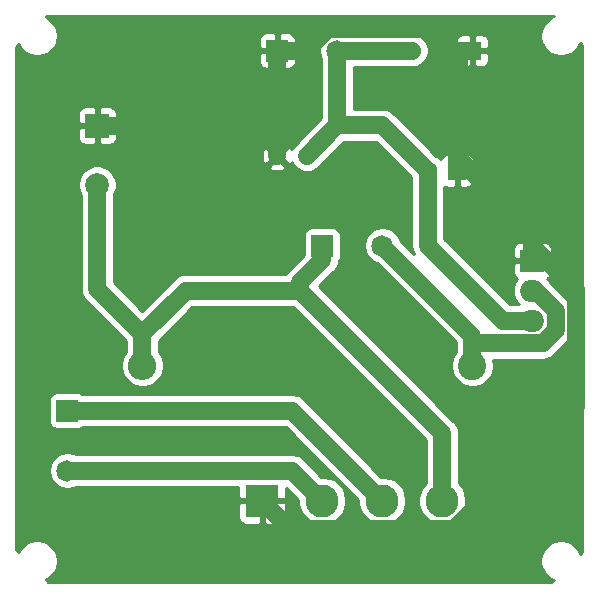
<source format=gbr>
%TF.GenerationSoftware,KiCad,Pcbnew,5.1.5-1.fc31*%
%TF.CreationDate,2020-04-07T08:34:53+02:00*%
%TF.ProjectId,zasilacz,7a617369-6c61-4637-9a2e-6b696361645f,rev?*%
%TF.SameCoordinates,Original*%
%TF.FileFunction,Copper,L2,Bot*%
%TF.FilePolarity,Positive*%
%FSLAX46Y46*%
G04 Gerber Fmt 4.6, Leading zero omitted, Abs format (unit mm)*
G04 Created by KiCad (PCBNEW 5.1.5-1.fc31) date 2020-04-07 08:34:53*
%MOMM*%
%LPD*%
G04 APERTURE LIST*
%TA.AperFunction,ComponentPad*%
%ADD10R,2.000000X1.905000*%
%TD*%
%TA.AperFunction,ComponentPad*%
%ADD11O,2.000000X1.905000*%
%TD*%
%TA.AperFunction,ComponentPad*%
%ADD12R,2.000000X2.000000*%
%TD*%
%TA.AperFunction,ComponentPad*%
%ADD13C,2.000000*%
%TD*%
%TA.AperFunction,ComponentPad*%
%ADD14R,1.600000X1.600000*%
%TD*%
%TA.AperFunction,ComponentPad*%
%ADD15C,1.600000*%
%TD*%
%TA.AperFunction,ComponentPad*%
%ADD16C,1.400000*%
%TD*%
%TA.AperFunction,ComponentPad*%
%ADD17C,2.800000*%
%TD*%
%TA.AperFunction,ComponentPad*%
%ADD18R,2.800000X2.800000*%
%TD*%
%TA.AperFunction,ComponentPad*%
%ADD19R,1.524000X1.524000*%
%TD*%
%TA.AperFunction,ComponentPad*%
%ADD20C,1.524000*%
%TD*%
%TA.AperFunction,ComponentPad*%
%ADD21C,1.824000*%
%TD*%
%TA.AperFunction,ComponentPad*%
%ADD22R,1.824000X1.824000*%
%TD*%
%TA.AperFunction,ComponentPad*%
%ADD23C,2.400000*%
%TD*%
%TA.AperFunction,ComponentPad*%
%ADD24O,2.400000X2.400000*%
%TD*%
%TA.AperFunction,Conductor*%
%ADD25C,1.500000*%
%TD*%
%TA.AperFunction,Conductor*%
%ADD26C,0.254000*%
%TD*%
G04 APERTURE END LIST*
D10*
%TO.P,U1,1*%
%TO.N,GND*%
X152400000Y-85090000D03*
D11*
%TO.P,U1,2*%
%TO.N,Net-(J3-Pad2)*%
X152400000Y-87630000D03*
%TO.P,U1,3*%
%TO.N,Net-(C2-Pad2)*%
X152400000Y-90170000D03*
%TD*%
D12*
%TO.P,C1,1*%
%TO.N,GND*%
X115570000Y-73660000D03*
D13*
%TO.P,C1,2*%
%TO.N,Net-(C1-Pad2)*%
X115570000Y-78660000D03*
%TD*%
D14*
%TO.P,C2,1*%
%TO.N,GND*%
X146050000Y-77470000D03*
D15*
%TO.P,C2,2*%
%TO.N,Net-(C2-Pad2)*%
X143550000Y-77470000D03*
%TD*%
D16*
%TO.P,C3,1*%
%TO.N,GND*%
X130810000Y-76200000D03*
%TO.P,C3,2*%
%TO.N,Net-(C2-Pad2)*%
X133310000Y-76200000D03*
%TD*%
D17*
%TO.P,D1,4*%
%TO.N,Net-(C1-Pad2)*%
X144780000Y-105410000D03*
%TO.P,D1,3*%
%TO.N,Net-(D1-Pad3)*%
X139700000Y-105410000D03*
%TO.P,D1,2*%
%TO.N,Net-(D1-Pad2)*%
X134620000Y-105410000D03*
D18*
%TO.P,D1,1*%
%TO.N,GND*%
X129540000Y-105410000D03*
%TD*%
D19*
%TO.P,D2,1*%
%TO.N,GND*%
X147320000Y-67310000D03*
D20*
%TO.P,D2,2*%
%TO.N,Net-(C2-Pad2)*%
X142240000Y-67310000D03*
%TD*%
D21*
%TO.P,J1,2*%
%TO.N,Net-(D1-Pad2)*%
X113030000Y-102870000D03*
D22*
%TO.P,J1,1*%
%TO.N,Net-(D1-Pad3)*%
X113030000Y-97790000D03*
%TD*%
%TO.P,J2,1*%
%TO.N,GND*%
X130810000Y-67310000D03*
D21*
%TO.P,J2,2*%
%TO.N,Net-(C2-Pad2)*%
X135890000Y-67310000D03*
%TD*%
D22*
%TO.P,J3,1*%
%TO.N,Net-(C1-Pad2)*%
X134620000Y-83820000D03*
D21*
%TO.P,J3,2*%
%TO.N,Net-(J3-Pad2)*%
X139700000Y-83820000D03*
%TD*%
D23*
%TO.P,R1,1*%
%TO.N,Net-(J3-Pad2)*%
X147320000Y-93980000D03*
D24*
%TO.P,R1,2*%
%TO.N,Net-(C1-Pad2)*%
X119380000Y-93980000D03*
%TD*%
D25*
%TO.N,GND*%
X129540000Y-105410000D02*
X131916600Y-107786600D01*
X131916600Y-107786600D02*
X145727400Y-107786600D01*
X145727400Y-107786600D02*
X156067300Y-97446700D01*
X156067300Y-97446700D02*
X156067300Y-87531000D01*
X156067300Y-87531000D02*
X152400000Y-83863700D01*
X146050000Y-76320000D02*
X152400000Y-82670000D01*
X152400000Y-82670000D02*
X152400000Y-83863700D01*
X146050000Y-76320000D02*
X146050000Y-75170000D01*
X146050000Y-77470000D02*
X146050000Y-76320000D01*
X146189000Y-67310000D02*
X146189000Y-75031000D01*
X146189000Y-75031000D02*
X146050000Y-75170000D01*
X146189000Y-67310000D02*
X145058000Y-67310000D01*
X147320000Y-67310000D02*
X146189000Y-67310000D01*
X130810000Y-67310000D02*
X133222000Y-67310000D01*
X133222000Y-67310000D02*
X135088100Y-65443900D01*
X135088100Y-65443900D02*
X143191900Y-65443900D01*
X143191900Y-65443900D02*
X145058000Y-67310000D01*
X130810000Y-73660000D02*
X130810000Y-67310000D01*
X152400000Y-85090000D02*
X152400000Y-83863700D01*
X130810000Y-73660000D02*
X130810000Y-76200000D01*
X130810000Y-73660000D02*
X118070000Y-73660000D01*
X115570000Y-73660000D02*
X118070000Y-73660000D01*
%TO.N,Net-(C1-Pad2)*%
X132724800Y-87623800D02*
X144780000Y-99679000D01*
X144780000Y-99679000D02*
X144780000Y-105410000D01*
X134620000Y-85026000D02*
X132724800Y-86921200D01*
X132724800Y-86921200D02*
X132724800Y-87623800D01*
X132724800Y-87623800D02*
X123036200Y-87623800D01*
X123036200Y-87623800D02*
X119380000Y-91280000D01*
X134620000Y-83820000D02*
X134620000Y-85026000D01*
X119380000Y-93980000D02*
X119380000Y-91280000D01*
X119380000Y-91280000D02*
X115570000Y-87470000D01*
X115570000Y-87470000D02*
X115570000Y-78660000D01*
%TO.N,Net-(C2-Pad2)*%
X135890000Y-73620000D02*
X133310000Y-76200000D01*
X135890000Y-67310000D02*
X135890000Y-73620000D01*
X135890000Y-73620000D02*
X139700000Y-73620000D01*
X139700000Y-73620000D02*
X143550000Y-77470000D01*
X135890000Y-67310000D02*
X142240000Y-67310000D01*
X152400000Y-90170000D02*
X149900000Y-90170000D01*
X149900000Y-90170000D02*
X143550000Y-83820000D01*
X143550000Y-83820000D02*
X143550000Y-77470000D01*
%TO.N,Net-(D1-Pad3)*%
X113030000Y-97790000D02*
X132080000Y-97790000D01*
X132080000Y-97790000D02*
X139700000Y-105410000D01*
%TO.N,Net-(D1-Pad2)*%
X113030000Y-102870000D02*
X132080000Y-102870000D01*
X132080000Y-102870000D02*
X134620000Y-105410000D01*
%TO.N,Net-(J3-Pad2)*%
X147320000Y-92075000D02*
X147320000Y-93980000D01*
X139700000Y-83820000D02*
X147320000Y-91440000D01*
X147320000Y-91440000D02*
X147320000Y-92075000D01*
X147320000Y-92075000D02*
X153260200Y-92075000D01*
X153260200Y-92075000D02*
X154367000Y-90968200D01*
X154367000Y-90968200D02*
X154367000Y-89329800D01*
X154367000Y-89329800D02*
X152667200Y-87630000D01*
X152667200Y-87630000D02*
X152400000Y-87630000D01*
%TD*%
D26*
%TO.N,GND*%
G36*
X154211566Y-64411172D02*
G01*
X153991169Y-64502463D01*
X153707002Y-64692337D01*
X153465337Y-64934002D01*
X153275463Y-65218169D01*
X153144675Y-65533919D01*
X153078000Y-65869117D01*
X153078000Y-66210883D01*
X153144675Y-66546081D01*
X153275463Y-66861831D01*
X153465337Y-67145998D01*
X153707002Y-67387663D01*
X153991169Y-67577537D01*
X154306919Y-67708325D01*
X154642117Y-67775000D01*
X154983883Y-67775000D01*
X155319081Y-67708325D01*
X155634831Y-67577537D01*
X155918998Y-67387663D01*
X156160663Y-67145998D01*
X156350537Y-66861831D01*
X156441828Y-66641434D01*
X156604901Y-66804507D01*
X156604900Y-109725494D01*
X156441828Y-109888566D01*
X156350537Y-109668169D01*
X156160663Y-109384002D01*
X155918998Y-109142337D01*
X155634831Y-108952463D01*
X155319081Y-108821675D01*
X154983883Y-108755000D01*
X154642117Y-108755000D01*
X154306919Y-108821675D01*
X153991169Y-108952463D01*
X153707002Y-109142337D01*
X153465337Y-109384002D01*
X153275463Y-109668169D01*
X153144675Y-109983919D01*
X153078000Y-110319117D01*
X153078000Y-110660883D01*
X153144675Y-110996081D01*
X153275463Y-111311831D01*
X153465337Y-111595998D01*
X153707002Y-111837663D01*
X153991169Y-112027537D01*
X154211566Y-112118828D01*
X154010394Y-112320000D01*
X111419606Y-112320000D01*
X111181237Y-112081631D01*
X111311831Y-112027537D01*
X111595998Y-111837663D01*
X111837663Y-111595998D01*
X112027537Y-111311831D01*
X112158325Y-110996081D01*
X112225000Y-110660883D01*
X112225000Y-110319117D01*
X112158325Y-109983919D01*
X112027537Y-109668169D01*
X111837663Y-109384002D01*
X111595998Y-109142337D01*
X111311831Y-108952463D01*
X110996081Y-108821675D01*
X110660883Y-108755000D01*
X110319117Y-108755000D01*
X109983919Y-108821675D01*
X109668169Y-108952463D01*
X109384002Y-109142337D01*
X109142337Y-109384002D01*
X108952463Y-109668169D01*
X108898369Y-109798763D01*
X108660000Y-109560394D01*
X108660000Y-106810000D01*
X127501928Y-106810000D01*
X127514188Y-106934482D01*
X127550498Y-107054180D01*
X127609463Y-107164494D01*
X127688815Y-107261185D01*
X127785506Y-107340537D01*
X127895820Y-107399502D01*
X128015518Y-107435812D01*
X128140000Y-107448072D01*
X129254250Y-107445000D01*
X129413000Y-107286250D01*
X129413000Y-105537000D01*
X129667000Y-105537000D01*
X129667000Y-107286250D01*
X129825750Y-107445000D01*
X130940000Y-107448072D01*
X131064482Y-107435812D01*
X131184180Y-107399502D01*
X131294494Y-107340537D01*
X131391185Y-107261185D01*
X131470537Y-107164494D01*
X131529502Y-107054180D01*
X131565812Y-106934482D01*
X131578072Y-106810000D01*
X131575000Y-105695750D01*
X131416250Y-105537000D01*
X129667000Y-105537000D01*
X129413000Y-105537000D01*
X127663750Y-105537000D01*
X127505000Y-105695750D01*
X127501928Y-106810000D01*
X108660000Y-106810000D01*
X108660000Y-102717634D01*
X111483000Y-102717634D01*
X111483000Y-103022366D01*
X111542451Y-103321243D01*
X111659067Y-103602779D01*
X111828367Y-103856155D01*
X112043845Y-104071633D01*
X112297221Y-104240933D01*
X112578757Y-104357549D01*
X112877634Y-104417000D01*
X113182366Y-104417000D01*
X113481243Y-104357549D01*
X113728818Y-104255000D01*
X127502603Y-104255000D01*
X127505000Y-105124250D01*
X127663750Y-105283000D01*
X129413000Y-105283000D01*
X129413000Y-105263000D01*
X129667000Y-105263000D01*
X129667000Y-105283000D01*
X131416250Y-105283000D01*
X131575000Y-105124250D01*
X131577201Y-104325886D01*
X132585000Y-105333685D01*
X132585000Y-105610430D01*
X132663204Y-106003587D01*
X132816607Y-106373934D01*
X133039313Y-106707237D01*
X133322763Y-106990687D01*
X133656066Y-107213393D01*
X134026413Y-107366796D01*
X134419570Y-107445000D01*
X134820430Y-107445000D01*
X135213587Y-107366796D01*
X135583934Y-107213393D01*
X135917237Y-106990687D01*
X136200687Y-106707237D01*
X136423393Y-106373934D01*
X136576796Y-106003587D01*
X136655000Y-105610430D01*
X136655000Y-105209570D01*
X136576796Y-104816413D01*
X136423393Y-104446066D01*
X136200687Y-104112763D01*
X135917237Y-103829313D01*
X135583934Y-103606607D01*
X135213587Y-103453204D01*
X134820430Y-103375000D01*
X134543685Y-103375000D01*
X133107454Y-101938769D01*
X133064081Y-101885919D01*
X132853188Y-101712843D01*
X132612581Y-101584236D01*
X132351507Y-101505040D01*
X132148037Y-101485000D01*
X132148029Y-101485000D01*
X132080000Y-101478300D01*
X132011971Y-101485000D01*
X113728818Y-101485000D01*
X113481243Y-101382451D01*
X113182366Y-101323000D01*
X112877634Y-101323000D01*
X112578757Y-101382451D01*
X112297221Y-101499067D01*
X112043845Y-101668367D01*
X111828367Y-101883845D01*
X111659067Y-102137221D01*
X111542451Y-102418757D01*
X111483000Y-102717634D01*
X108660000Y-102717634D01*
X108660000Y-96878000D01*
X111479928Y-96878000D01*
X111479928Y-98702000D01*
X111492188Y-98826482D01*
X111528498Y-98946180D01*
X111587463Y-99056494D01*
X111666815Y-99153185D01*
X111763506Y-99232537D01*
X111873820Y-99291502D01*
X111993518Y-99327812D01*
X112118000Y-99340072D01*
X113942000Y-99340072D01*
X114066482Y-99327812D01*
X114186180Y-99291502D01*
X114296494Y-99232537D01*
X114366603Y-99175000D01*
X131506315Y-99175000D01*
X137665000Y-105333686D01*
X137665000Y-105610430D01*
X137743204Y-106003587D01*
X137896607Y-106373934D01*
X138119313Y-106707237D01*
X138402763Y-106990687D01*
X138736066Y-107213393D01*
X139106413Y-107366796D01*
X139499570Y-107445000D01*
X139900430Y-107445000D01*
X140293587Y-107366796D01*
X140663934Y-107213393D01*
X140997237Y-106990687D01*
X141280687Y-106707237D01*
X141503393Y-106373934D01*
X141656796Y-106003587D01*
X141735000Y-105610430D01*
X141735000Y-105209570D01*
X141656796Y-104816413D01*
X141503393Y-104446066D01*
X141280687Y-104112763D01*
X140997237Y-103829313D01*
X140663934Y-103606607D01*
X140293587Y-103453204D01*
X139900430Y-103375000D01*
X139623686Y-103375000D01*
X133107454Y-96858769D01*
X133064081Y-96805919D01*
X132853188Y-96632843D01*
X132612581Y-96504236D01*
X132351507Y-96425040D01*
X132148037Y-96405000D01*
X132148029Y-96405000D01*
X132080000Y-96398300D01*
X132011971Y-96405000D01*
X114366603Y-96405000D01*
X114296494Y-96347463D01*
X114186180Y-96288498D01*
X114066482Y-96252188D01*
X113942000Y-96239928D01*
X112118000Y-96239928D01*
X111993518Y-96252188D01*
X111873820Y-96288498D01*
X111763506Y-96347463D01*
X111666815Y-96426815D01*
X111587463Y-96523506D01*
X111528498Y-96633820D01*
X111492188Y-96753518D01*
X111479928Y-96878000D01*
X108660000Y-96878000D01*
X108660000Y-78498967D01*
X113935000Y-78498967D01*
X113935000Y-78821033D01*
X113997832Y-79136912D01*
X114121082Y-79434463D01*
X114185001Y-79530124D01*
X114185000Y-87401971D01*
X114178300Y-87470000D01*
X114185000Y-87538029D01*
X114185000Y-87538036D01*
X114205040Y-87741506D01*
X114284236Y-88002580D01*
X114393482Y-88206964D01*
X114412844Y-88243188D01*
X114540360Y-88398566D01*
X114585919Y-88454080D01*
X114638765Y-88497450D01*
X117995001Y-91853687D01*
X117995000Y-92769918D01*
X117954662Y-92810256D01*
X117753844Y-93110801D01*
X117615518Y-93444750D01*
X117545000Y-93799268D01*
X117545000Y-94160732D01*
X117615518Y-94515250D01*
X117753844Y-94849199D01*
X117954662Y-95149744D01*
X118210256Y-95405338D01*
X118510801Y-95606156D01*
X118844750Y-95744482D01*
X119199268Y-95815000D01*
X119560732Y-95815000D01*
X119915250Y-95744482D01*
X120249199Y-95606156D01*
X120549744Y-95405338D01*
X120805338Y-95149744D01*
X121006156Y-94849199D01*
X121144482Y-94515250D01*
X121215000Y-94160732D01*
X121215000Y-93799268D01*
X121144482Y-93444750D01*
X121006156Y-93110801D01*
X120805338Y-92810256D01*
X120765000Y-92769918D01*
X120765000Y-91853685D01*
X123609886Y-89008800D01*
X132151115Y-89008800D01*
X143395000Y-100252686D01*
X143395001Y-103917075D01*
X143199313Y-104112763D01*
X142976607Y-104446066D01*
X142823204Y-104816413D01*
X142745000Y-105209570D01*
X142745000Y-105610430D01*
X142823204Y-106003587D01*
X142976607Y-106373934D01*
X143199313Y-106707237D01*
X143482763Y-106990687D01*
X143816066Y-107213393D01*
X144186413Y-107366796D01*
X144579570Y-107445000D01*
X144980430Y-107445000D01*
X145373587Y-107366796D01*
X145743934Y-107213393D01*
X146077237Y-106990687D01*
X146360687Y-106707237D01*
X146583393Y-106373934D01*
X146736796Y-106003587D01*
X146815000Y-105610430D01*
X146815000Y-105209570D01*
X146736796Y-104816413D01*
X146583393Y-104446066D01*
X146360687Y-104112763D01*
X146165000Y-103917076D01*
X146165000Y-99747026D01*
X146171700Y-99678999D01*
X146165000Y-99610972D01*
X146165000Y-99610963D01*
X146144960Y-99407493D01*
X146065764Y-99146419D01*
X145937157Y-98905812D01*
X145872052Y-98826482D01*
X145807452Y-98747766D01*
X145807445Y-98747759D01*
X145764080Y-98694919D01*
X145711241Y-98651555D01*
X134332185Y-87272500D01*
X135551236Y-86053450D01*
X135604081Y-86010081D01*
X135777157Y-85799188D01*
X135905764Y-85558581D01*
X135984960Y-85297507D01*
X135997997Y-85165136D01*
X136062537Y-85086494D01*
X136121502Y-84976180D01*
X136157812Y-84856482D01*
X136170072Y-84732000D01*
X136170072Y-82908000D01*
X136157812Y-82783518D01*
X136121502Y-82663820D01*
X136062537Y-82553506D01*
X135983185Y-82456815D01*
X135886494Y-82377463D01*
X135776180Y-82318498D01*
X135656482Y-82282188D01*
X135532000Y-82269928D01*
X133708000Y-82269928D01*
X133583518Y-82282188D01*
X133463820Y-82318498D01*
X133353506Y-82377463D01*
X133256815Y-82456815D01*
X133177463Y-82553506D01*
X133118498Y-82663820D01*
X133082188Y-82783518D01*
X133069928Y-82908000D01*
X133069928Y-84617386D01*
X131793565Y-85893750D01*
X131740719Y-85937120D01*
X131697350Y-85989965D01*
X131697348Y-85989967D01*
X131624855Y-86078300D01*
X131567643Y-86148013D01*
X131519116Y-86238800D01*
X123104229Y-86238800D01*
X123036200Y-86232100D01*
X122968171Y-86238800D01*
X122968163Y-86238800D01*
X122764693Y-86258840D01*
X122503619Y-86338036D01*
X122263012Y-86466643D01*
X122104966Y-86596348D01*
X122104964Y-86596350D01*
X122052119Y-86639719D01*
X122008750Y-86692564D01*
X119380000Y-89321314D01*
X116955000Y-86896315D01*
X116955000Y-79530123D01*
X117018918Y-79434463D01*
X117142168Y-79136912D01*
X117205000Y-78821033D01*
X117205000Y-78498967D01*
X117142168Y-78183088D01*
X117018918Y-77885537D01*
X116839987Y-77617748D01*
X116612252Y-77390013D01*
X116344463Y-77211082D01*
X116127636Y-77121269D01*
X130068336Y-77121269D01*
X130127797Y-77355037D01*
X130366242Y-77465934D01*
X130621740Y-77528183D01*
X130884473Y-77539390D01*
X131144344Y-77499125D01*
X131391366Y-77408935D01*
X131492203Y-77355037D01*
X131551664Y-77121269D01*
X130810000Y-76379605D01*
X130068336Y-77121269D01*
X116127636Y-77121269D01*
X116046912Y-77087832D01*
X115731033Y-77025000D01*
X115408967Y-77025000D01*
X115093088Y-77087832D01*
X114795537Y-77211082D01*
X114527748Y-77390013D01*
X114300013Y-77617748D01*
X114121082Y-77885537D01*
X113997832Y-78183088D01*
X113935000Y-78498967D01*
X108660000Y-78498967D01*
X108660000Y-76274473D01*
X129470610Y-76274473D01*
X129510875Y-76534344D01*
X129601065Y-76781366D01*
X129654963Y-76882203D01*
X129888731Y-76941664D01*
X130630395Y-76200000D01*
X130989605Y-76200000D01*
X131731269Y-76941664D01*
X131965037Y-76882203D01*
X132029791Y-76742972D01*
X132152844Y-76973188D01*
X132325919Y-77184081D01*
X132536812Y-77357156D01*
X132777420Y-77485764D01*
X133038493Y-77564960D01*
X133310000Y-77591700D01*
X133581507Y-77564960D01*
X133842580Y-77485764D01*
X134083188Y-77357156D01*
X134241233Y-77227452D01*
X136463686Y-75005000D01*
X139126315Y-75005000D01*
X142165001Y-78043687D01*
X142165000Y-83751971D01*
X142158300Y-83820000D01*
X142165000Y-83888029D01*
X142165000Y-83888036D01*
X142185040Y-84091506D01*
X142264236Y-84352580D01*
X142348027Y-84509341D01*
X141173482Y-83334797D01*
X141070933Y-83087221D01*
X140901633Y-82833845D01*
X140686155Y-82618367D01*
X140432779Y-82449067D01*
X140151243Y-82332451D01*
X139852366Y-82273000D01*
X139547634Y-82273000D01*
X139248757Y-82332451D01*
X138967221Y-82449067D01*
X138713845Y-82618367D01*
X138498367Y-82833845D01*
X138329067Y-83087221D01*
X138212451Y-83368757D01*
X138153000Y-83667634D01*
X138153000Y-83972366D01*
X138212451Y-84271243D01*
X138329067Y-84552779D01*
X138498367Y-84806155D01*
X138713845Y-85021633D01*
X138967221Y-85190933D01*
X139214797Y-85293482D01*
X145934397Y-92013083D01*
X145928299Y-92075000D01*
X145935000Y-92143036D01*
X145935000Y-92769918D01*
X145894662Y-92810256D01*
X145693844Y-93110801D01*
X145555518Y-93444750D01*
X145485000Y-93799268D01*
X145485000Y-94160732D01*
X145555518Y-94515250D01*
X145693844Y-94849199D01*
X145894662Y-95149744D01*
X146150256Y-95405338D01*
X146450801Y-95606156D01*
X146784750Y-95744482D01*
X147139268Y-95815000D01*
X147500732Y-95815000D01*
X147855250Y-95744482D01*
X148189199Y-95606156D01*
X148489744Y-95405338D01*
X148745338Y-95149744D01*
X148946156Y-94849199D01*
X149084482Y-94515250D01*
X149155000Y-94160732D01*
X149155000Y-93799268D01*
X149087515Y-93460000D01*
X153192171Y-93460000D01*
X153260200Y-93466700D01*
X153328229Y-93460000D01*
X153328237Y-93460000D01*
X153531707Y-93439960D01*
X153792781Y-93360764D01*
X154033388Y-93232157D01*
X154244281Y-93059081D01*
X154287654Y-93006231D01*
X155298241Y-91995645D01*
X155351080Y-91952281D01*
X155394445Y-91899441D01*
X155394452Y-91899434D01*
X155524157Y-91741388D01*
X155652764Y-91500781D01*
X155731960Y-91239707D01*
X155758701Y-90968200D01*
X155752000Y-90900163D01*
X155752000Y-89397826D01*
X155758700Y-89329799D01*
X155752000Y-89261772D01*
X155752000Y-89261763D01*
X155731960Y-89058293D01*
X155652764Y-88797219D01*
X155524157Y-88556612D01*
X155398245Y-88403188D01*
X155394452Y-88398566D01*
X155394450Y-88398564D01*
X155351081Y-88345719D01*
X155298236Y-88302350D01*
X153813110Y-86817225D01*
X153773845Y-86743765D01*
X153670554Y-86617905D01*
X153754494Y-86573037D01*
X153851185Y-86493685D01*
X153930537Y-86396994D01*
X153989502Y-86286680D01*
X154025812Y-86166982D01*
X154038072Y-86042500D01*
X154035000Y-85375750D01*
X153876250Y-85217000D01*
X152527000Y-85217000D01*
X152527000Y-85237000D01*
X152273000Y-85237000D01*
X152273000Y-85217000D01*
X150923750Y-85217000D01*
X150765000Y-85375750D01*
X150761928Y-86042500D01*
X150774188Y-86166982D01*
X150810498Y-86286680D01*
X150869463Y-86396994D01*
X150948815Y-86493685D01*
X151045506Y-86573037D01*
X151129446Y-86617905D01*
X151026155Y-86743765D01*
X150878745Y-87019551D01*
X150787970Y-87318796D01*
X150757319Y-87630000D01*
X150787970Y-87941204D01*
X150878745Y-88240449D01*
X151026155Y-88516235D01*
X151224537Y-88757963D01*
X151257482Y-88785000D01*
X150473686Y-88785000D01*
X145826186Y-84137500D01*
X150761928Y-84137500D01*
X150765000Y-84804250D01*
X150923750Y-84963000D01*
X152273000Y-84963000D01*
X152273000Y-83661250D01*
X152527000Y-83661250D01*
X152527000Y-84963000D01*
X153876250Y-84963000D01*
X154035000Y-84804250D01*
X154038072Y-84137500D01*
X154025812Y-84013018D01*
X153989502Y-83893320D01*
X153930537Y-83783006D01*
X153851185Y-83686315D01*
X153754494Y-83606963D01*
X153644180Y-83547998D01*
X153524482Y-83511688D01*
X153400000Y-83499428D01*
X152685750Y-83502500D01*
X152527000Y-83661250D01*
X152273000Y-83661250D01*
X152114250Y-83502500D01*
X151400000Y-83499428D01*
X151275518Y-83511688D01*
X151155820Y-83547998D01*
X151045506Y-83606963D01*
X150948815Y-83686315D01*
X150869463Y-83783006D01*
X150810498Y-83893320D01*
X150774188Y-84013018D01*
X150761928Y-84137500D01*
X145826186Y-84137500D01*
X144935000Y-83246315D01*
X144935000Y-78821647D01*
X145005820Y-78859502D01*
X145125518Y-78895812D01*
X145250000Y-78908072D01*
X145764250Y-78905000D01*
X145923000Y-78746250D01*
X145923000Y-77597000D01*
X146177000Y-77597000D01*
X146177000Y-78746250D01*
X146335750Y-78905000D01*
X146850000Y-78908072D01*
X146974482Y-78895812D01*
X147094180Y-78859502D01*
X147204494Y-78800537D01*
X147301185Y-78721185D01*
X147380537Y-78624494D01*
X147439502Y-78514180D01*
X147475812Y-78394482D01*
X147488072Y-78270000D01*
X147485000Y-77755750D01*
X147326250Y-77597000D01*
X146177000Y-77597000D01*
X145923000Y-77597000D01*
X145903000Y-77597000D01*
X145903000Y-77343000D01*
X145923000Y-77343000D01*
X145923000Y-76193750D01*
X146177000Y-76193750D01*
X146177000Y-77343000D01*
X147326250Y-77343000D01*
X147485000Y-77184250D01*
X147488072Y-76670000D01*
X147475812Y-76545518D01*
X147439502Y-76425820D01*
X147380537Y-76315506D01*
X147301185Y-76218815D01*
X147204494Y-76139463D01*
X147094180Y-76080498D01*
X146974482Y-76044188D01*
X146850000Y-76031928D01*
X146335750Y-76035000D01*
X146177000Y-76193750D01*
X145923000Y-76193750D01*
X145764250Y-76035000D01*
X145250000Y-76031928D01*
X145125518Y-76044188D01*
X145005820Y-76080498D01*
X144895506Y-76139463D01*
X144798815Y-76218815D01*
X144719463Y-76315506D01*
X144660498Y-76425820D01*
X144631339Y-76521943D01*
X144464759Y-76355363D01*
X144251663Y-76212977D01*
X140727454Y-72688769D01*
X140684081Y-72635919D01*
X140473188Y-72462843D01*
X140232581Y-72334236D01*
X139971507Y-72255040D01*
X139768037Y-72235000D01*
X139768029Y-72235000D01*
X139700000Y-72228300D01*
X139631971Y-72235000D01*
X137275000Y-72235000D01*
X137275000Y-68695000D01*
X142042080Y-68695000D01*
X142102408Y-68707000D01*
X142377592Y-68707000D01*
X142647490Y-68653314D01*
X142901727Y-68548005D01*
X143130535Y-68395120D01*
X143325120Y-68200535D01*
X143411004Y-68072000D01*
X145919928Y-68072000D01*
X145932188Y-68196482D01*
X145968498Y-68316180D01*
X146027463Y-68426494D01*
X146106815Y-68523185D01*
X146203506Y-68602537D01*
X146313820Y-68661502D01*
X146433518Y-68697812D01*
X146558000Y-68710072D01*
X147034250Y-68707000D01*
X147193000Y-68548250D01*
X147193000Y-67437000D01*
X147447000Y-67437000D01*
X147447000Y-68548250D01*
X147605750Y-68707000D01*
X148082000Y-68710072D01*
X148206482Y-68697812D01*
X148326180Y-68661502D01*
X148436494Y-68602537D01*
X148533185Y-68523185D01*
X148612537Y-68426494D01*
X148671502Y-68316180D01*
X148707812Y-68196482D01*
X148720072Y-68072000D01*
X148717000Y-67595750D01*
X148558250Y-67437000D01*
X147447000Y-67437000D01*
X147193000Y-67437000D01*
X146081750Y-67437000D01*
X145923000Y-67595750D01*
X145919928Y-68072000D01*
X143411004Y-68072000D01*
X143478005Y-67971727D01*
X143583314Y-67717490D01*
X143637000Y-67447592D01*
X143637000Y-67172408D01*
X143583314Y-66902510D01*
X143478005Y-66648273D01*
X143411005Y-66548000D01*
X145919928Y-66548000D01*
X145923000Y-67024250D01*
X146081750Y-67183000D01*
X147193000Y-67183000D01*
X147193000Y-66071750D01*
X147447000Y-66071750D01*
X147447000Y-67183000D01*
X148558250Y-67183000D01*
X148717000Y-67024250D01*
X148720072Y-66548000D01*
X148707812Y-66423518D01*
X148671502Y-66303820D01*
X148612537Y-66193506D01*
X148533185Y-66096815D01*
X148436494Y-66017463D01*
X148326180Y-65958498D01*
X148206482Y-65922188D01*
X148082000Y-65909928D01*
X147605750Y-65913000D01*
X147447000Y-66071750D01*
X147193000Y-66071750D01*
X147034250Y-65913000D01*
X146558000Y-65909928D01*
X146433518Y-65922188D01*
X146313820Y-65958498D01*
X146203506Y-66017463D01*
X146106815Y-66096815D01*
X146027463Y-66193506D01*
X145968498Y-66303820D01*
X145932188Y-66423518D01*
X145919928Y-66548000D01*
X143411005Y-66548000D01*
X143325120Y-66419465D01*
X143130535Y-66224880D01*
X142901727Y-66071995D01*
X142647490Y-65966686D01*
X142377592Y-65913000D01*
X142102408Y-65913000D01*
X142042080Y-65925000D01*
X136588818Y-65925000D01*
X136341243Y-65822451D01*
X136042366Y-65763000D01*
X135737634Y-65763000D01*
X135438757Y-65822451D01*
X135157221Y-65939067D01*
X134903845Y-66108367D01*
X134688367Y-66323845D01*
X134519067Y-66577221D01*
X134402451Y-66858757D01*
X134343000Y-67157634D01*
X134343000Y-67462366D01*
X134402451Y-67761243D01*
X134505000Y-68008819D01*
X134505001Y-73046313D01*
X132282548Y-75268767D01*
X132152844Y-75426812D01*
X132031670Y-75653513D01*
X132018935Y-75618634D01*
X131965037Y-75517797D01*
X131731269Y-75458336D01*
X130989605Y-76200000D01*
X130630395Y-76200000D01*
X129888731Y-75458336D01*
X129654963Y-75517797D01*
X129544066Y-75756242D01*
X129481817Y-76011740D01*
X129470610Y-76274473D01*
X108660000Y-76274473D01*
X108660000Y-74660000D01*
X113931928Y-74660000D01*
X113944188Y-74784482D01*
X113980498Y-74904180D01*
X114039463Y-75014494D01*
X114118815Y-75111185D01*
X114215506Y-75190537D01*
X114325820Y-75249502D01*
X114445518Y-75285812D01*
X114570000Y-75298072D01*
X115284250Y-75295000D01*
X115443000Y-75136250D01*
X115443000Y-73787000D01*
X115697000Y-73787000D01*
X115697000Y-75136250D01*
X115855750Y-75295000D01*
X116570000Y-75298072D01*
X116694482Y-75285812D01*
X116717824Y-75278731D01*
X130068336Y-75278731D01*
X130810000Y-76020395D01*
X131551664Y-75278731D01*
X131492203Y-75044963D01*
X131253758Y-74934066D01*
X130998260Y-74871817D01*
X130735527Y-74860610D01*
X130475656Y-74900875D01*
X130228634Y-74991065D01*
X130127797Y-75044963D01*
X130068336Y-75278731D01*
X116717824Y-75278731D01*
X116814180Y-75249502D01*
X116924494Y-75190537D01*
X117021185Y-75111185D01*
X117100537Y-75014494D01*
X117159502Y-74904180D01*
X117195812Y-74784482D01*
X117208072Y-74660000D01*
X117205000Y-73945750D01*
X117046250Y-73787000D01*
X115697000Y-73787000D01*
X115443000Y-73787000D01*
X114093750Y-73787000D01*
X113935000Y-73945750D01*
X113931928Y-74660000D01*
X108660000Y-74660000D01*
X108660000Y-72660000D01*
X113931928Y-72660000D01*
X113935000Y-73374250D01*
X114093750Y-73533000D01*
X115443000Y-73533000D01*
X115443000Y-72183750D01*
X115697000Y-72183750D01*
X115697000Y-73533000D01*
X117046250Y-73533000D01*
X117205000Y-73374250D01*
X117208072Y-72660000D01*
X117195812Y-72535518D01*
X117159502Y-72415820D01*
X117100537Y-72305506D01*
X117021185Y-72208815D01*
X116924494Y-72129463D01*
X116814180Y-72070498D01*
X116694482Y-72034188D01*
X116570000Y-72021928D01*
X115855750Y-72025000D01*
X115697000Y-72183750D01*
X115443000Y-72183750D01*
X115284250Y-72025000D01*
X114570000Y-72021928D01*
X114445518Y-72034188D01*
X114325820Y-72070498D01*
X114215506Y-72129463D01*
X114118815Y-72208815D01*
X114039463Y-72305506D01*
X113980498Y-72415820D01*
X113944188Y-72535518D01*
X113931928Y-72660000D01*
X108660000Y-72660000D01*
X108660000Y-68222000D01*
X129259928Y-68222000D01*
X129272188Y-68346482D01*
X129308498Y-68466180D01*
X129367463Y-68576494D01*
X129446815Y-68673185D01*
X129543506Y-68752537D01*
X129653820Y-68811502D01*
X129773518Y-68847812D01*
X129898000Y-68860072D01*
X130524250Y-68857000D01*
X130683000Y-68698250D01*
X130683000Y-67437000D01*
X130937000Y-67437000D01*
X130937000Y-68698250D01*
X131095750Y-68857000D01*
X131722000Y-68860072D01*
X131846482Y-68847812D01*
X131966180Y-68811502D01*
X132076494Y-68752537D01*
X132173185Y-68673185D01*
X132252537Y-68576494D01*
X132311502Y-68466180D01*
X132347812Y-68346482D01*
X132360072Y-68222000D01*
X132357000Y-67595750D01*
X132198250Y-67437000D01*
X130937000Y-67437000D01*
X130683000Y-67437000D01*
X129421750Y-67437000D01*
X129263000Y-67595750D01*
X129259928Y-68222000D01*
X108660000Y-68222000D01*
X108660000Y-66969606D01*
X108898369Y-66731237D01*
X108952463Y-66861831D01*
X109142337Y-67145998D01*
X109384002Y-67387663D01*
X109668169Y-67577537D01*
X109983919Y-67708325D01*
X110319117Y-67775000D01*
X110660883Y-67775000D01*
X110996081Y-67708325D01*
X111311831Y-67577537D01*
X111595998Y-67387663D01*
X111837663Y-67145998D01*
X112027537Y-66861831D01*
X112158325Y-66546081D01*
X112187780Y-66398000D01*
X129259928Y-66398000D01*
X129263000Y-67024250D01*
X129421750Y-67183000D01*
X130683000Y-67183000D01*
X130683000Y-65921750D01*
X130937000Y-65921750D01*
X130937000Y-67183000D01*
X132198250Y-67183000D01*
X132357000Y-67024250D01*
X132360072Y-66398000D01*
X132347812Y-66273518D01*
X132311502Y-66153820D01*
X132252537Y-66043506D01*
X132173185Y-65946815D01*
X132076494Y-65867463D01*
X131966180Y-65808498D01*
X131846482Y-65772188D01*
X131722000Y-65759928D01*
X131095750Y-65763000D01*
X130937000Y-65921750D01*
X130683000Y-65921750D01*
X130524250Y-65763000D01*
X129898000Y-65759928D01*
X129773518Y-65772188D01*
X129653820Y-65808498D01*
X129543506Y-65867463D01*
X129446815Y-65946815D01*
X129367463Y-66043506D01*
X129308498Y-66153820D01*
X129272188Y-66273518D01*
X129259928Y-66398000D01*
X112187780Y-66398000D01*
X112225000Y-66210883D01*
X112225000Y-65869117D01*
X112158325Y-65533919D01*
X112027537Y-65218169D01*
X111837663Y-64934002D01*
X111595998Y-64692337D01*
X111311831Y-64502463D01*
X111181237Y-64448369D01*
X111254506Y-64375100D01*
X154175494Y-64375100D01*
X154211566Y-64411172D01*
G37*
X154211566Y-64411172D02*
X153991169Y-64502463D01*
X153707002Y-64692337D01*
X153465337Y-64934002D01*
X153275463Y-65218169D01*
X153144675Y-65533919D01*
X153078000Y-65869117D01*
X153078000Y-66210883D01*
X153144675Y-66546081D01*
X153275463Y-66861831D01*
X153465337Y-67145998D01*
X153707002Y-67387663D01*
X153991169Y-67577537D01*
X154306919Y-67708325D01*
X154642117Y-67775000D01*
X154983883Y-67775000D01*
X155319081Y-67708325D01*
X155634831Y-67577537D01*
X155918998Y-67387663D01*
X156160663Y-67145998D01*
X156350537Y-66861831D01*
X156441828Y-66641434D01*
X156604901Y-66804507D01*
X156604900Y-109725494D01*
X156441828Y-109888566D01*
X156350537Y-109668169D01*
X156160663Y-109384002D01*
X155918998Y-109142337D01*
X155634831Y-108952463D01*
X155319081Y-108821675D01*
X154983883Y-108755000D01*
X154642117Y-108755000D01*
X154306919Y-108821675D01*
X153991169Y-108952463D01*
X153707002Y-109142337D01*
X153465337Y-109384002D01*
X153275463Y-109668169D01*
X153144675Y-109983919D01*
X153078000Y-110319117D01*
X153078000Y-110660883D01*
X153144675Y-110996081D01*
X153275463Y-111311831D01*
X153465337Y-111595998D01*
X153707002Y-111837663D01*
X153991169Y-112027537D01*
X154211566Y-112118828D01*
X154010394Y-112320000D01*
X111419606Y-112320000D01*
X111181237Y-112081631D01*
X111311831Y-112027537D01*
X111595998Y-111837663D01*
X111837663Y-111595998D01*
X112027537Y-111311831D01*
X112158325Y-110996081D01*
X112225000Y-110660883D01*
X112225000Y-110319117D01*
X112158325Y-109983919D01*
X112027537Y-109668169D01*
X111837663Y-109384002D01*
X111595998Y-109142337D01*
X111311831Y-108952463D01*
X110996081Y-108821675D01*
X110660883Y-108755000D01*
X110319117Y-108755000D01*
X109983919Y-108821675D01*
X109668169Y-108952463D01*
X109384002Y-109142337D01*
X109142337Y-109384002D01*
X108952463Y-109668169D01*
X108898369Y-109798763D01*
X108660000Y-109560394D01*
X108660000Y-106810000D01*
X127501928Y-106810000D01*
X127514188Y-106934482D01*
X127550498Y-107054180D01*
X127609463Y-107164494D01*
X127688815Y-107261185D01*
X127785506Y-107340537D01*
X127895820Y-107399502D01*
X128015518Y-107435812D01*
X128140000Y-107448072D01*
X129254250Y-107445000D01*
X129413000Y-107286250D01*
X129413000Y-105537000D01*
X129667000Y-105537000D01*
X129667000Y-107286250D01*
X129825750Y-107445000D01*
X130940000Y-107448072D01*
X131064482Y-107435812D01*
X131184180Y-107399502D01*
X131294494Y-107340537D01*
X131391185Y-107261185D01*
X131470537Y-107164494D01*
X131529502Y-107054180D01*
X131565812Y-106934482D01*
X131578072Y-106810000D01*
X131575000Y-105695750D01*
X131416250Y-105537000D01*
X129667000Y-105537000D01*
X129413000Y-105537000D01*
X127663750Y-105537000D01*
X127505000Y-105695750D01*
X127501928Y-106810000D01*
X108660000Y-106810000D01*
X108660000Y-102717634D01*
X111483000Y-102717634D01*
X111483000Y-103022366D01*
X111542451Y-103321243D01*
X111659067Y-103602779D01*
X111828367Y-103856155D01*
X112043845Y-104071633D01*
X112297221Y-104240933D01*
X112578757Y-104357549D01*
X112877634Y-104417000D01*
X113182366Y-104417000D01*
X113481243Y-104357549D01*
X113728818Y-104255000D01*
X127502603Y-104255000D01*
X127505000Y-105124250D01*
X127663750Y-105283000D01*
X129413000Y-105283000D01*
X129413000Y-105263000D01*
X129667000Y-105263000D01*
X129667000Y-105283000D01*
X131416250Y-105283000D01*
X131575000Y-105124250D01*
X131577201Y-104325886D01*
X132585000Y-105333685D01*
X132585000Y-105610430D01*
X132663204Y-106003587D01*
X132816607Y-106373934D01*
X133039313Y-106707237D01*
X133322763Y-106990687D01*
X133656066Y-107213393D01*
X134026413Y-107366796D01*
X134419570Y-107445000D01*
X134820430Y-107445000D01*
X135213587Y-107366796D01*
X135583934Y-107213393D01*
X135917237Y-106990687D01*
X136200687Y-106707237D01*
X136423393Y-106373934D01*
X136576796Y-106003587D01*
X136655000Y-105610430D01*
X136655000Y-105209570D01*
X136576796Y-104816413D01*
X136423393Y-104446066D01*
X136200687Y-104112763D01*
X135917237Y-103829313D01*
X135583934Y-103606607D01*
X135213587Y-103453204D01*
X134820430Y-103375000D01*
X134543685Y-103375000D01*
X133107454Y-101938769D01*
X133064081Y-101885919D01*
X132853188Y-101712843D01*
X132612581Y-101584236D01*
X132351507Y-101505040D01*
X132148037Y-101485000D01*
X132148029Y-101485000D01*
X132080000Y-101478300D01*
X132011971Y-101485000D01*
X113728818Y-101485000D01*
X113481243Y-101382451D01*
X113182366Y-101323000D01*
X112877634Y-101323000D01*
X112578757Y-101382451D01*
X112297221Y-101499067D01*
X112043845Y-101668367D01*
X111828367Y-101883845D01*
X111659067Y-102137221D01*
X111542451Y-102418757D01*
X111483000Y-102717634D01*
X108660000Y-102717634D01*
X108660000Y-96878000D01*
X111479928Y-96878000D01*
X111479928Y-98702000D01*
X111492188Y-98826482D01*
X111528498Y-98946180D01*
X111587463Y-99056494D01*
X111666815Y-99153185D01*
X111763506Y-99232537D01*
X111873820Y-99291502D01*
X111993518Y-99327812D01*
X112118000Y-99340072D01*
X113942000Y-99340072D01*
X114066482Y-99327812D01*
X114186180Y-99291502D01*
X114296494Y-99232537D01*
X114366603Y-99175000D01*
X131506315Y-99175000D01*
X137665000Y-105333686D01*
X137665000Y-105610430D01*
X137743204Y-106003587D01*
X137896607Y-106373934D01*
X138119313Y-106707237D01*
X138402763Y-106990687D01*
X138736066Y-107213393D01*
X139106413Y-107366796D01*
X139499570Y-107445000D01*
X139900430Y-107445000D01*
X140293587Y-107366796D01*
X140663934Y-107213393D01*
X140997237Y-106990687D01*
X141280687Y-106707237D01*
X141503393Y-106373934D01*
X141656796Y-106003587D01*
X141735000Y-105610430D01*
X141735000Y-105209570D01*
X141656796Y-104816413D01*
X141503393Y-104446066D01*
X141280687Y-104112763D01*
X140997237Y-103829313D01*
X140663934Y-103606607D01*
X140293587Y-103453204D01*
X139900430Y-103375000D01*
X139623686Y-103375000D01*
X133107454Y-96858769D01*
X133064081Y-96805919D01*
X132853188Y-96632843D01*
X132612581Y-96504236D01*
X132351507Y-96425040D01*
X132148037Y-96405000D01*
X132148029Y-96405000D01*
X132080000Y-96398300D01*
X132011971Y-96405000D01*
X114366603Y-96405000D01*
X114296494Y-96347463D01*
X114186180Y-96288498D01*
X114066482Y-96252188D01*
X113942000Y-96239928D01*
X112118000Y-96239928D01*
X111993518Y-96252188D01*
X111873820Y-96288498D01*
X111763506Y-96347463D01*
X111666815Y-96426815D01*
X111587463Y-96523506D01*
X111528498Y-96633820D01*
X111492188Y-96753518D01*
X111479928Y-96878000D01*
X108660000Y-96878000D01*
X108660000Y-78498967D01*
X113935000Y-78498967D01*
X113935000Y-78821033D01*
X113997832Y-79136912D01*
X114121082Y-79434463D01*
X114185001Y-79530124D01*
X114185000Y-87401971D01*
X114178300Y-87470000D01*
X114185000Y-87538029D01*
X114185000Y-87538036D01*
X114205040Y-87741506D01*
X114284236Y-88002580D01*
X114393482Y-88206964D01*
X114412844Y-88243188D01*
X114540360Y-88398566D01*
X114585919Y-88454080D01*
X114638765Y-88497450D01*
X117995001Y-91853687D01*
X117995000Y-92769918D01*
X117954662Y-92810256D01*
X117753844Y-93110801D01*
X117615518Y-93444750D01*
X117545000Y-93799268D01*
X117545000Y-94160732D01*
X117615518Y-94515250D01*
X117753844Y-94849199D01*
X117954662Y-95149744D01*
X118210256Y-95405338D01*
X118510801Y-95606156D01*
X118844750Y-95744482D01*
X119199268Y-95815000D01*
X119560732Y-95815000D01*
X119915250Y-95744482D01*
X120249199Y-95606156D01*
X120549744Y-95405338D01*
X120805338Y-95149744D01*
X121006156Y-94849199D01*
X121144482Y-94515250D01*
X121215000Y-94160732D01*
X121215000Y-93799268D01*
X121144482Y-93444750D01*
X121006156Y-93110801D01*
X120805338Y-92810256D01*
X120765000Y-92769918D01*
X120765000Y-91853685D01*
X123609886Y-89008800D01*
X132151115Y-89008800D01*
X143395000Y-100252686D01*
X143395001Y-103917075D01*
X143199313Y-104112763D01*
X142976607Y-104446066D01*
X142823204Y-104816413D01*
X142745000Y-105209570D01*
X142745000Y-105610430D01*
X142823204Y-106003587D01*
X142976607Y-106373934D01*
X143199313Y-106707237D01*
X143482763Y-106990687D01*
X143816066Y-107213393D01*
X144186413Y-107366796D01*
X144579570Y-107445000D01*
X144980430Y-107445000D01*
X145373587Y-107366796D01*
X145743934Y-107213393D01*
X146077237Y-106990687D01*
X146360687Y-106707237D01*
X146583393Y-106373934D01*
X146736796Y-106003587D01*
X146815000Y-105610430D01*
X146815000Y-105209570D01*
X146736796Y-104816413D01*
X146583393Y-104446066D01*
X146360687Y-104112763D01*
X146165000Y-103917076D01*
X146165000Y-99747026D01*
X146171700Y-99678999D01*
X146165000Y-99610972D01*
X146165000Y-99610963D01*
X146144960Y-99407493D01*
X146065764Y-99146419D01*
X145937157Y-98905812D01*
X145872052Y-98826482D01*
X145807452Y-98747766D01*
X145807445Y-98747759D01*
X145764080Y-98694919D01*
X145711241Y-98651555D01*
X134332185Y-87272500D01*
X135551236Y-86053450D01*
X135604081Y-86010081D01*
X135777157Y-85799188D01*
X135905764Y-85558581D01*
X135984960Y-85297507D01*
X135997997Y-85165136D01*
X136062537Y-85086494D01*
X136121502Y-84976180D01*
X136157812Y-84856482D01*
X136170072Y-84732000D01*
X136170072Y-82908000D01*
X136157812Y-82783518D01*
X136121502Y-82663820D01*
X136062537Y-82553506D01*
X135983185Y-82456815D01*
X135886494Y-82377463D01*
X135776180Y-82318498D01*
X135656482Y-82282188D01*
X135532000Y-82269928D01*
X133708000Y-82269928D01*
X133583518Y-82282188D01*
X133463820Y-82318498D01*
X133353506Y-82377463D01*
X133256815Y-82456815D01*
X133177463Y-82553506D01*
X133118498Y-82663820D01*
X133082188Y-82783518D01*
X133069928Y-82908000D01*
X133069928Y-84617386D01*
X131793565Y-85893750D01*
X131740719Y-85937120D01*
X131697350Y-85989965D01*
X131697348Y-85989967D01*
X131624855Y-86078300D01*
X131567643Y-86148013D01*
X131519116Y-86238800D01*
X123104229Y-86238800D01*
X123036200Y-86232100D01*
X122968171Y-86238800D01*
X122968163Y-86238800D01*
X122764693Y-86258840D01*
X122503619Y-86338036D01*
X122263012Y-86466643D01*
X122104966Y-86596348D01*
X122104964Y-86596350D01*
X122052119Y-86639719D01*
X122008750Y-86692564D01*
X119380000Y-89321314D01*
X116955000Y-86896315D01*
X116955000Y-79530123D01*
X117018918Y-79434463D01*
X117142168Y-79136912D01*
X117205000Y-78821033D01*
X117205000Y-78498967D01*
X117142168Y-78183088D01*
X117018918Y-77885537D01*
X116839987Y-77617748D01*
X116612252Y-77390013D01*
X116344463Y-77211082D01*
X116127636Y-77121269D01*
X130068336Y-77121269D01*
X130127797Y-77355037D01*
X130366242Y-77465934D01*
X130621740Y-77528183D01*
X130884473Y-77539390D01*
X131144344Y-77499125D01*
X131391366Y-77408935D01*
X131492203Y-77355037D01*
X131551664Y-77121269D01*
X130810000Y-76379605D01*
X130068336Y-77121269D01*
X116127636Y-77121269D01*
X116046912Y-77087832D01*
X115731033Y-77025000D01*
X115408967Y-77025000D01*
X115093088Y-77087832D01*
X114795537Y-77211082D01*
X114527748Y-77390013D01*
X114300013Y-77617748D01*
X114121082Y-77885537D01*
X113997832Y-78183088D01*
X113935000Y-78498967D01*
X108660000Y-78498967D01*
X108660000Y-76274473D01*
X129470610Y-76274473D01*
X129510875Y-76534344D01*
X129601065Y-76781366D01*
X129654963Y-76882203D01*
X129888731Y-76941664D01*
X130630395Y-76200000D01*
X130989605Y-76200000D01*
X131731269Y-76941664D01*
X131965037Y-76882203D01*
X132029791Y-76742972D01*
X132152844Y-76973188D01*
X132325919Y-77184081D01*
X132536812Y-77357156D01*
X132777420Y-77485764D01*
X133038493Y-77564960D01*
X133310000Y-77591700D01*
X133581507Y-77564960D01*
X133842580Y-77485764D01*
X134083188Y-77357156D01*
X134241233Y-77227452D01*
X136463686Y-75005000D01*
X139126315Y-75005000D01*
X142165001Y-78043687D01*
X142165000Y-83751971D01*
X142158300Y-83820000D01*
X142165000Y-83888029D01*
X142165000Y-83888036D01*
X142185040Y-84091506D01*
X142264236Y-84352580D01*
X142348027Y-84509341D01*
X141173482Y-83334797D01*
X141070933Y-83087221D01*
X140901633Y-82833845D01*
X140686155Y-82618367D01*
X140432779Y-82449067D01*
X140151243Y-82332451D01*
X139852366Y-82273000D01*
X139547634Y-82273000D01*
X139248757Y-82332451D01*
X138967221Y-82449067D01*
X138713845Y-82618367D01*
X138498367Y-82833845D01*
X138329067Y-83087221D01*
X138212451Y-83368757D01*
X138153000Y-83667634D01*
X138153000Y-83972366D01*
X138212451Y-84271243D01*
X138329067Y-84552779D01*
X138498367Y-84806155D01*
X138713845Y-85021633D01*
X138967221Y-85190933D01*
X139214797Y-85293482D01*
X145934397Y-92013083D01*
X145928299Y-92075000D01*
X145935000Y-92143036D01*
X145935000Y-92769918D01*
X145894662Y-92810256D01*
X145693844Y-93110801D01*
X145555518Y-93444750D01*
X145485000Y-93799268D01*
X145485000Y-94160732D01*
X145555518Y-94515250D01*
X145693844Y-94849199D01*
X145894662Y-95149744D01*
X146150256Y-95405338D01*
X146450801Y-95606156D01*
X146784750Y-95744482D01*
X147139268Y-95815000D01*
X147500732Y-95815000D01*
X147855250Y-95744482D01*
X148189199Y-95606156D01*
X148489744Y-95405338D01*
X148745338Y-95149744D01*
X148946156Y-94849199D01*
X149084482Y-94515250D01*
X149155000Y-94160732D01*
X149155000Y-93799268D01*
X149087515Y-93460000D01*
X153192171Y-93460000D01*
X153260200Y-93466700D01*
X153328229Y-93460000D01*
X153328237Y-93460000D01*
X153531707Y-93439960D01*
X153792781Y-93360764D01*
X154033388Y-93232157D01*
X154244281Y-93059081D01*
X154287654Y-93006231D01*
X155298241Y-91995645D01*
X155351080Y-91952281D01*
X155394445Y-91899441D01*
X155394452Y-91899434D01*
X155524157Y-91741388D01*
X155652764Y-91500781D01*
X155731960Y-91239707D01*
X155758701Y-90968200D01*
X155752000Y-90900163D01*
X155752000Y-89397826D01*
X155758700Y-89329799D01*
X155752000Y-89261772D01*
X155752000Y-89261763D01*
X155731960Y-89058293D01*
X155652764Y-88797219D01*
X155524157Y-88556612D01*
X155398245Y-88403188D01*
X155394452Y-88398566D01*
X155394450Y-88398564D01*
X155351081Y-88345719D01*
X155298236Y-88302350D01*
X153813110Y-86817225D01*
X153773845Y-86743765D01*
X153670554Y-86617905D01*
X153754494Y-86573037D01*
X153851185Y-86493685D01*
X153930537Y-86396994D01*
X153989502Y-86286680D01*
X154025812Y-86166982D01*
X154038072Y-86042500D01*
X154035000Y-85375750D01*
X153876250Y-85217000D01*
X152527000Y-85217000D01*
X152527000Y-85237000D01*
X152273000Y-85237000D01*
X152273000Y-85217000D01*
X150923750Y-85217000D01*
X150765000Y-85375750D01*
X150761928Y-86042500D01*
X150774188Y-86166982D01*
X150810498Y-86286680D01*
X150869463Y-86396994D01*
X150948815Y-86493685D01*
X151045506Y-86573037D01*
X151129446Y-86617905D01*
X151026155Y-86743765D01*
X150878745Y-87019551D01*
X150787970Y-87318796D01*
X150757319Y-87630000D01*
X150787970Y-87941204D01*
X150878745Y-88240449D01*
X151026155Y-88516235D01*
X151224537Y-88757963D01*
X151257482Y-88785000D01*
X150473686Y-88785000D01*
X145826186Y-84137500D01*
X150761928Y-84137500D01*
X150765000Y-84804250D01*
X150923750Y-84963000D01*
X152273000Y-84963000D01*
X152273000Y-83661250D01*
X152527000Y-83661250D01*
X152527000Y-84963000D01*
X153876250Y-84963000D01*
X154035000Y-84804250D01*
X154038072Y-84137500D01*
X154025812Y-84013018D01*
X153989502Y-83893320D01*
X153930537Y-83783006D01*
X153851185Y-83686315D01*
X153754494Y-83606963D01*
X153644180Y-83547998D01*
X153524482Y-83511688D01*
X153400000Y-83499428D01*
X152685750Y-83502500D01*
X152527000Y-83661250D01*
X152273000Y-83661250D01*
X152114250Y-83502500D01*
X151400000Y-83499428D01*
X151275518Y-83511688D01*
X151155820Y-83547998D01*
X151045506Y-83606963D01*
X150948815Y-83686315D01*
X150869463Y-83783006D01*
X150810498Y-83893320D01*
X150774188Y-84013018D01*
X150761928Y-84137500D01*
X145826186Y-84137500D01*
X144935000Y-83246315D01*
X144935000Y-78821647D01*
X145005820Y-78859502D01*
X145125518Y-78895812D01*
X145250000Y-78908072D01*
X145764250Y-78905000D01*
X145923000Y-78746250D01*
X145923000Y-77597000D01*
X146177000Y-77597000D01*
X146177000Y-78746250D01*
X146335750Y-78905000D01*
X146850000Y-78908072D01*
X146974482Y-78895812D01*
X147094180Y-78859502D01*
X147204494Y-78800537D01*
X147301185Y-78721185D01*
X147380537Y-78624494D01*
X147439502Y-78514180D01*
X147475812Y-78394482D01*
X147488072Y-78270000D01*
X147485000Y-77755750D01*
X147326250Y-77597000D01*
X146177000Y-77597000D01*
X145923000Y-77597000D01*
X145903000Y-77597000D01*
X145903000Y-77343000D01*
X145923000Y-77343000D01*
X145923000Y-76193750D01*
X146177000Y-76193750D01*
X146177000Y-77343000D01*
X147326250Y-77343000D01*
X147485000Y-77184250D01*
X147488072Y-76670000D01*
X147475812Y-76545518D01*
X147439502Y-76425820D01*
X147380537Y-76315506D01*
X147301185Y-76218815D01*
X147204494Y-76139463D01*
X147094180Y-76080498D01*
X146974482Y-76044188D01*
X146850000Y-76031928D01*
X146335750Y-76035000D01*
X146177000Y-76193750D01*
X145923000Y-76193750D01*
X145764250Y-76035000D01*
X145250000Y-76031928D01*
X145125518Y-76044188D01*
X145005820Y-76080498D01*
X144895506Y-76139463D01*
X144798815Y-76218815D01*
X144719463Y-76315506D01*
X144660498Y-76425820D01*
X144631339Y-76521943D01*
X144464759Y-76355363D01*
X144251663Y-76212977D01*
X140727454Y-72688769D01*
X140684081Y-72635919D01*
X140473188Y-72462843D01*
X140232581Y-72334236D01*
X139971507Y-72255040D01*
X139768037Y-72235000D01*
X139768029Y-72235000D01*
X139700000Y-72228300D01*
X139631971Y-72235000D01*
X137275000Y-72235000D01*
X137275000Y-68695000D01*
X142042080Y-68695000D01*
X142102408Y-68707000D01*
X142377592Y-68707000D01*
X142647490Y-68653314D01*
X142901727Y-68548005D01*
X143130535Y-68395120D01*
X143325120Y-68200535D01*
X143411004Y-68072000D01*
X145919928Y-68072000D01*
X145932188Y-68196482D01*
X145968498Y-68316180D01*
X146027463Y-68426494D01*
X146106815Y-68523185D01*
X146203506Y-68602537D01*
X146313820Y-68661502D01*
X146433518Y-68697812D01*
X146558000Y-68710072D01*
X147034250Y-68707000D01*
X147193000Y-68548250D01*
X147193000Y-67437000D01*
X147447000Y-67437000D01*
X147447000Y-68548250D01*
X147605750Y-68707000D01*
X148082000Y-68710072D01*
X148206482Y-68697812D01*
X148326180Y-68661502D01*
X148436494Y-68602537D01*
X148533185Y-68523185D01*
X148612537Y-68426494D01*
X148671502Y-68316180D01*
X148707812Y-68196482D01*
X148720072Y-68072000D01*
X148717000Y-67595750D01*
X148558250Y-67437000D01*
X147447000Y-67437000D01*
X147193000Y-67437000D01*
X146081750Y-67437000D01*
X145923000Y-67595750D01*
X145919928Y-68072000D01*
X143411004Y-68072000D01*
X143478005Y-67971727D01*
X143583314Y-67717490D01*
X143637000Y-67447592D01*
X143637000Y-67172408D01*
X143583314Y-66902510D01*
X143478005Y-66648273D01*
X143411005Y-66548000D01*
X145919928Y-66548000D01*
X145923000Y-67024250D01*
X146081750Y-67183000D01*
X147193000Y-67183000D01*
X147193000Y-66071750D01*
X147447000Y-66071750D01*
X147447000Y-67183000D01*
X148558250Y-67183000D01*
X148717000Y-67024250D01*
X148720072Y-66548000D01*
X148707812Y-66423518D01*
X148671502Y-66303820D01*
X148612537Y-66193506D01*
X148533185Y-66096815D01*
X148436494Y-66017463D01*
X148326180Y-65958498D01*
X148206482Y-65922188D01*
X148082000Y-65909928D01*
X147605750Y-65913000D01*
X147447000Y-66071750D01*
X147193000Y-66071750D01*
X147034250Y-65913000D01*
X146558000Y-65909928D01*
X146433518Y-65922188D01*
X146313820Y-65958498D01*
X146203506Y-66017463D01*
X146106815Y-66096815D01*
X146027463Y-66193506D01*
X145968498Y-66303820D01*
X145932188Y-66423518D01*
X145919928Y-66548000D01*
X143411005Y-66548000D01*
X143325120Y-66419465D01*
X143130535Y-66224880D01*
X142901727Y-66071995D01*
X142647490Y-65966686D01*
X142377592Y-65913000D01*
X142102408Y-65913000D01*
X142042080Y-65925000D01*
X136588818Y-65925000D01*
X136341243Y-65822451D01*
X136042366Y-65763000D01*
X135737634Y-65763000D01*
X135438757Y-65822451D01*
X135157221Y-65939067D01*
X134903845Y-66108367D01*
X134688367Y-66323845D01*
X134519067Y-66577221D01*
X134402451Y-66858757D01*
X134343000Y-67157634D01*
X134343000Y-67462366D01*
X134402451Y-67761243D01*
X134505000Y-68008819D01*
X134505001Y-73046313D01*
X132282548Y-75268767D01*
X132152844Y-75426812D01*
X132031670Y-75653513D01*
X132018935Y-75618634D01*
X131965037Y-75517797D01*
X131731269Y-75458336D01*
X130989605Y-76200000D01*
X130630395Y-76200000D01*
X129888731Y-75458336D01*
X129654963Y-75517797D01*
X129544066Y-75756242D01*
X129481817Y-76011740D01*
X129470610Y-76274473D01*
X108660000Y-76274473D01*
X108660000Y-74660000D01*
X113931928Y-74660000D01*
X113944188Y-74784482D01*
X113980498Y-74904180D01*
X114039463Y-75014494D01*
X114118815Y-75111185D01*
X114215506Y-75190537D01*
X114325820Y-75249502D01*
X114445518Y-75285812D01*
X114570000Y-75298072D01*
X115284250Y-75295000D01*
X115443000Y-75136250D01*
X115443000Y-73787000D01*
X115697000Y-73787000D01*
X115697000Y-75136250D01*
X115855750Y-75295000D01*
X116570000Y-75298072D01*
X116694482Y-75285812D01*
X116717824Y-75278731D01*
X130068336Y-75278731D01*
X130810000Y-76020395D01*
X131551664Y-75278731D01*
X131492203Y-75044963D01*
X131253758Y-74934066D01*
X130998260Y-74871817D01*
X130735527Y-74860610D01*
X130475656Y-74900875D01*
X130228634Y-74991065D01*
X130127797Y-75044963D01*
X130068336Y-75278731D01*
X116717824Y-75278731D01*
X116814180Y-75249502D01*
X116924494Y-75190537D01*
X117021185Y-75111185D01*
X117100537Y-75014494D01*
X117159502Y-74904180D01*
X117195812Y-74784482D01*
X117208072Y-74660000D01*
X117205000Y-73945750D01*
X117046250Y-73787000D01*
X115697000Y-73787000D01*
X115443000Y-73787000D01*
X114093750Y-73787000D01*
X113935000Y-73945750D01*
X113931928Y-74660000D01*
X108660000Y-74660000D01*
X108660000Y-72660000D01*
X113931928Y-72660000D01*
X113935000Y-73374250D01*
X114093750Y-73533000D01*
X115443000Y-73533000D01*
X115443000Y-72183750D01*
X115697000Y-72183750D01*
X115697000Y-73533000D01*
X117046250Y-73533000D01*
X117205000Y-73374250D01*
X117208072Y-72660000D01*
X117195812Y-72535518D01*
X117159502Y-72415820D01*
X117100537Y-72305506D01*
X117021185Y-72208815D01*
X116924494Y-72129463D01*
X116814180Y-72070498D01*
X116694482Y-72034188D01*
X116570000Y-72021928D01*
X115855750Y-72025000D01*
X115697000Y-72183750D01*
X115443000Y-72183750D01*
X115284250Y-72025000D01*
X114570000Y-72021928D01*
X114445518Y-72034188D01*
X114325820Y-72070498D01*
X114215506Y-72129463D01*
X114118815Y-72208815D01*
X114039463Y-72305506D01*
X113980498Y-72415820D01*
X113944188Y-72535518D01*
X113931928Y-72660000D01*
X108660000Y-72660000D01*
X108660000Y-68222000D01*
X129259928Y-68222000D01*
X129272188Y-68346482D01*
X129308498Y-68466180D01*
X129367463Y-68576494D01*
X129446815Y-68673185D01*
X129543506Y-68752537D01*
X129653820Y-68811502D01*
X129773518Y-68847812D01*
X129898000Y-68860072D01*
X130524250Y-68857000D01*
X130683000Y-68698250D01*
X130683000Y-67437000D01*
X130937000Y-67437000D01*
X130937000Y-68698250D01*
X131095750Y-68857000D01*
X131722000Y-68860072D01*
X131846482Y-68847812D01*
X131966180Y-68811502D01*
X132076494Y-68752537D01*
X132173185Y-68673185D01*
X132252537Y-68576494D01*
X132311502Y-68466180D01*
X132347812Y-68346482D01*
X132360072Y-68222000D01*
X132357000Y-67595750D01*
X132198250Y-67437000D01*
X130937000Y-67437000D01*
X130683000Y-67437000D01*
X129421750Y-67437000D01*
X129263000Y-67595750D01*
X129259928Y-68222000D01*
X108660000Y-68222000D01*
X108660000Y-66969606D01*
X108898369Y-66731237D01*
X108952463Y-66861831D01*
X109142337Y-67145998D01*
X109384002Y-67387663D01*
X109668169Y-67577537D01*
X109983919Y-67708325D01*
X110319117Y-67775000D01*
X110660883Y-67775000D01*
X110996081Y-67708325D01*
X111311831Y-67577537D01*
X111595998Y-67387663D01*
X111837663Y-67145998D01*
X112027537Y-66861831D01*
X112158325Y-66546081D01*
X112187780Y-66398000D01*
X129259928Y-66398000D01*
X129263000Y-67024250D01*
X129421750Y-67183000D01*
X130683000Y-67183000D01*
X130683000Y-65921750D01*
X130937000Y-65921750D01*
X130937000Y-67183000D01*
X132198250Y-67183000D01*
X132357000Y-67024250D01*
X132360072Y-66398000D01*
X132347812Y-66273518D01*
X132311502Y-66153820D01*
X132252537Y-66043506D01*
X132173185Y-65946815D01*
X132076494Y-65867463D01*
X131966180Y-65808498D01*
X131846482Y-65772188D01*
X131722000Y-65759928D01*
X131095750Y-65763000D01*
X130937000Y-65921750D01*
X130683000Y-65921750D01*
X130524250Y-65763000D01*
X129898000Y-65759928D01*
X129773518Y-65772188D01*
X129653820Y-65808498D01*
X129543506Y-65867463D01*
X129446815Y-65946815D01*
X129367463Y-66043506D01*
X129308498Y-66153820D01*
X129272188Y-66273518D01*
X129259928Y-66398000D01*
X112187780Y-66398000D01*
X112225000Y-66210883D01*
X112225000Y-65869117D01*
X112158325Y-65533919D01*
X112027537Y-65218169D01*
X111837663Y-64934002D01*
X111595998Y-64692337D01*
X111311831Y-64502463D01*
X111181237Y-64448369D01*
X111254506Y-64375100D01*
X154175494Y-64375100D01*
X154211566Y-64411172D01*
%TD*%
M02*

</source>
